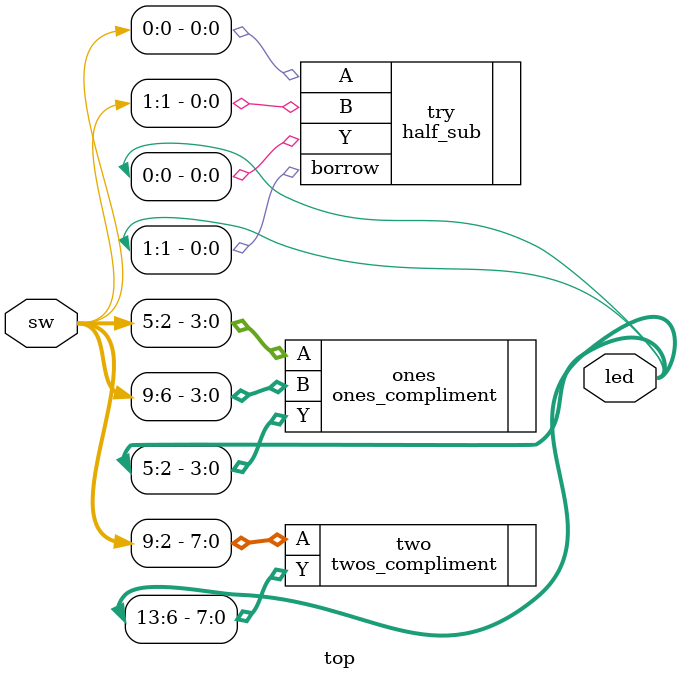
<source format=v>
module top(
    input[9:0] sw,
    output[13:0] led
);

    ones_compliment ones(
        .A(sw[5:2]),
        .B(sw[9:6]),
        .Y(led[5:2])
    );
    
    twos_compliment two(
        .A(sw[9:2]),
        .Y(led[13:6])
    );
    
    half_sub try(
    .A(sw[0]),
    .B(sw[1]),
    .Y(led[0]),
    .borrow(led[1])
    );
    
endmodule
</source>
